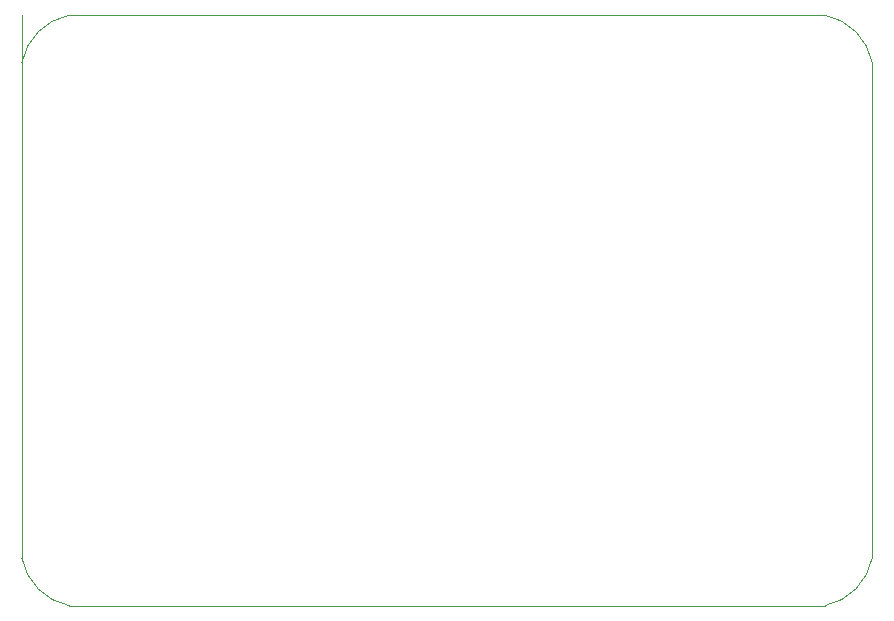
<source format=gbr>
%TF.GenerationSoftware,KiCad,Pcbnew,(6.0.8)*%
%TF.CreationDate,2023-02-08T15:19:57+01:00*%
%TF.ProjectId,power supply prototype,706f7765-7220-4737-9570-706c79207072,rev?*%
%TF.SameCoordinates,Original*%
%TF.FileFunction,Profile,NP*%
%FSLAX46Y46*%
G04 Gerber Fmt 4.6, Leading zero omitted, Abs format (unit mm)*
G04 Created by KiCad (PCBNEW (6.0.8)) date 2023-02-08 15:19:57*
%MOMM*%
%LPD*%
G01*
G04 APERTURE LIST*
%TA.AperFunction,Profile*%
%ADD10C,0.100000*%
%TD*%
G04 APERTURE END LIST*
D10*
X167994449Y-117994449D02*
G75*
G03*
X171994449Y-113994450I-1000002J5000002D01*
G01*
X100005551Y-113994449D02*
G75*
G03*
X104005550Y-117994449I5000002J1000002D01*
G01*
X104005551Y-68005551D02*
G75*
G03*
X100005551Y-72005550I1000002J-5000002D01*
G01*
X171999998Y-72000000D02*
G75*
G03*
X168000000Y-68000000I-4999998J-999997D01*
G01*
X100011102Y-67999999D02*
X100005551Y-113994449D01*
X168000000Y-68000000D02*
X104005551Y-68005551D01*
X171994449Y-113994450D02*
X171999999Y-72000000D01*
X104005550Y-117994449D02*
X167994449Y-117994449D01*
M02*

</source>
